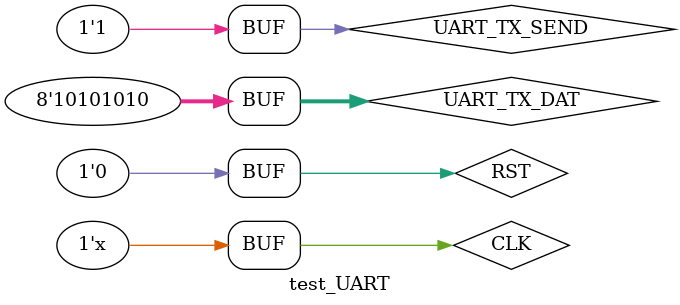
<source format=v>
`timescale 1ns / 1ps


module test_UART(

    );
    
    reg          CLK          ;
    reg          RST          ;
    reg [7:0]    UART_TX_DAT  ;
    reg          UART_TX_SEND ;
    wire         UART_XD     ;
    wire         UART_TX_READY;
    wire [7:0]   UART_RX_DAT  ;
    wire         UART_RX_VALID;
    
    UART_controller UC(
        .CLK          (CLK          ),
        .RST          (RST          ),
        .UART_TX_DAT  (UART_TX_DAT  ),
        .UART_TX_SEND (UART_TX_SEND ),
        .UART_RXD     (UART_XD      ),
        .UART_TXD     (UART_XD      ),
        .UART_TX_READY(UART_TX_READY),
        .UART_RX_DAT  (UART_RX_DAT  ),
        .UART_RX_VALID(UART_RX_VALID)
    );
    
    always
        #1 CLK<=~CLK;
        
    initial begin
        CLK         <='b0;
        RST         <='b1;  
        UART_TX_DAT <='b0;  
        UART_TX_SEND<='b0;  
        
        #10;
        RST         <='b0;
        
        #10;
        UART_TX_DAT <=8'b10101010;
        UART_TX_SEND<='b1;
        
        #(10416*20);
    end
endmodule

</source>
